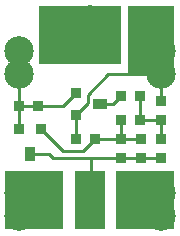
<source format=gtl>
%FSLAX42Y42*%
%MOMM*%
G71*
G01*
G75*
G04 Layer_Physical_Order=1*
G04 Layer_Color=255*
%ADD10R,0.90X0.95*%
%ADD11R,0.95X0.90*%
%ADD12R,7.00X5.00*%
%ADD13R,4.00X6.00*%
%ADD14R,5.00X5.00*%
%ADD15R,0.90X0.90*%
%ADD16R,1.25X0.90*%
%ADD17R,0.90X1.25*%
%ADD18R,0.90X0.90*%
%ADD19C,0.25*%
%ADD20R,2.50X5.00*%
%ADD21C,2.50*%
D10*
X10140Y6040D02*
D03*
X9980D02*
D03*
X10360Y6200D02*
D03*
X10520D02*
D03*
X9660Y6320D02*
D03*
X9500D02*
D03*
X10360Y6400D02*
D03*
X10520D02*
D03*
D11*
X10530Y5880D02*
D03*
Y6040D02*
D03*
X10360Y5880D02*
D03*
Y6040D02*
D03*
X10700Y6200D02*
D03*
Y6360D02*
D03*
Y5880D02*
D03*
Y6040D02*
D03*
D12*
X10020Y6920D02*
D03*
D13*
X10620Y6870D02*
D03*
D14*
X10570Y5520D02*
D03*
X9630D02*
D03*
D15*
X9980Y6430D02*
D03*
Y6240D02*
D03*
D16*
X10185Y6335D02*
D03*
D17*
X9595Y5915D02*
D03*
D18*
X9500Y6120D02*
D03*
X9690D02*
D03*
D19*
X10256Y6590D02*
X10700D01*
X10080Y6414D02*
X10256Y6590D01*
X10080Y6340D02*
Y6414D01*
X9980Y6240D02*
X10080Y6340D01*
X9980Y6040D02*
Y6240D01*
X9790Y5875D02*
X10105D01*
X9750Y5915D02*
X9790Y5875D01*
X9595Y5915D02*
X9750D01*
X10105Y5875D02*
X10525D01*
X9500Y6120D02*
Y6320D01*
X9690Y6120D02*
X9870Y5940D01*
X10040D01*
X10140Y6040D01*
X10360D01*
X10700Y6360D02*
Y6590D01*
X10520Y6200D02*
X10700D01*
Y6040D02*
Y6200D01*
X10530Y5880D02*
X10700D01*
X10360Y6040D02*
X10530D01*
X10105Y5525D02*
Y5875D01*
X10520Y6200D02*
Y6400D01*
X10360Y6040D02*
Y6200D01*
X10295Y6335D02*
X10360Y6400D01*
X10185Y6335D02*
X10295D01*
X10700Y6780D02*
Y6850D01*
Y6590D02*
Y6780D01*
X9870Y6320D02*
X9980Y6430D01*
X9660Y6320D02*
X9870D01*
X9500D02*
X9660D01*
X9500D02*
Y6590D01*
Y6850D01*
D20*
X10100Y5520D02*
D03*
D21*
Y6853D02*
D03*
X10700Y5390D02*
D03*
Y6590D02*
D03*
X9500Y5390D02*
D03*
Y6590D02*
D03*
X10700Y6780D02*
D03*
Y5580D02*
D03*
X9500Y6780D02*
D03*
Y5580D02*
D03*
X10100Y7043D02*
D03*
M02*

</source>
